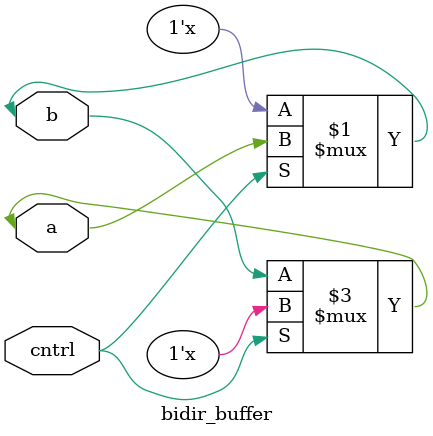
<source format=v>
/*
This bidirectional buffer allows two-way communication between a and b, controlled by the cntrl signal.
*/
// Bidirectional Buffer Module
module bidir_buffer(
    inout a,     // Bidirectional signal 'a'
    inout b,     // Bidirectional signal 'b'
    input cntrl  // Control signal for direction
    );

    // When `cntrl` is 1, data flows from `a` to `b`
    bufif1 BUF1(b, a, cntrl);

    // When `cntrl` is 0, data flows from `b` to `a`
    bufif1 BUF2(a, b, ~cntrl);

endmodule


</source>
